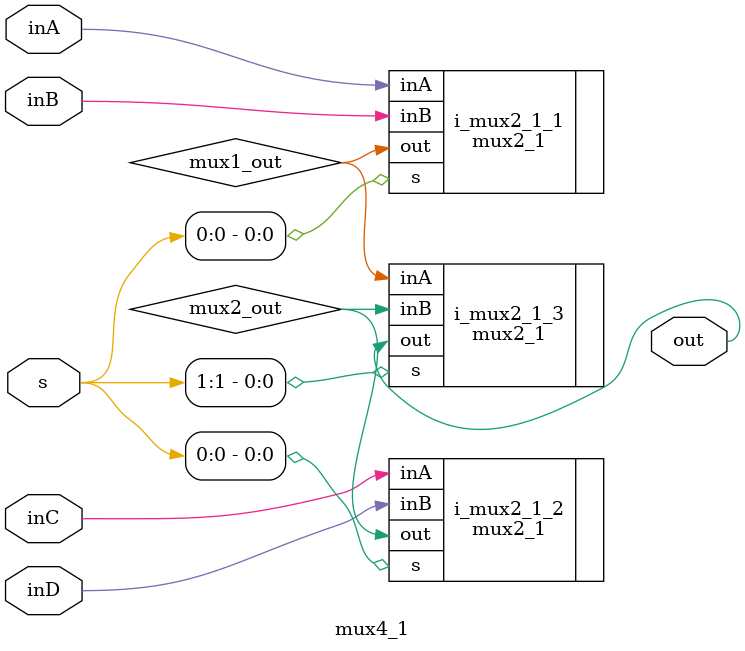
<source format=v>
/*
    CS/ECE 552 Spring '22
    Homework #1, Problem 1

    4-1 mux template
*/
module mux4_1(out, inA, inB, inC, inD, s);
    output       out;
    input        inA, inB, inC, inD;
    input [1:0]  s;

    // YOUR CODE HERE
	wire mux1_out, mux2_out;			// output of the first-level muxes
	
	// 4:1 mux, s = 00 outputs inA, s = 01 outputs inB, s = 10 outputs inC, s = 11 outputs inD
	mux2_1 i_mux2_1_1(.out(mux1_out), .inA(inA), .inB(inB), .s(s[0]));
	mux2_1 i_mux2_1_2(.out(mux2_out), .inA(inC), .inB(inD), .s(s[0]));
	mux2_1 i_mux2_1_3(.out(out), .inA(mux1_out), .inB(mux2_out), .s(s[1]));
      
endmodule

</source>
